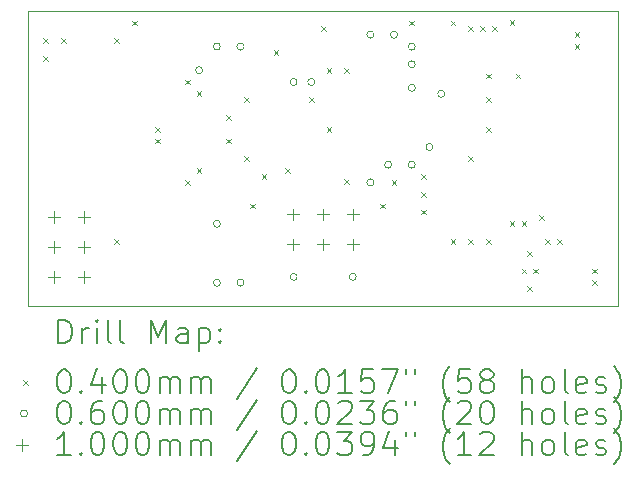
<source format=gbr>
%TF.GenerationSoftware,KiCad,Pcbnew,8.0.5*%
%TF.CreationDate,2024-09-14T16:18:57+01:00*%
%TF.ProjectId,RotationEncoder,526f7461-7469-46f6-9e45-6e636f646572,rev?*%
%TF.SameCoordinates,Original*%
%TF.FileFunction,Drillmap*%
%TF.FilePolarity,Positive*%
%FSLAX45Y45*%
G04 Gerber Fmt 4.5, Leading zero omitted, Abs format (unit mm)*
G04 Created by KiCad (PCBNEW 8.0.5) date 2024-09-14 16:18:57*
%MOMM*%
%LPD*%
G01*
G04 APERTURE LIST*
%ADD10C,0.050000*%
%ADD11C,0.200000*%
%ADD12C,0.100000*%
G04 APERTURE END LIST*
D10*
X12000000Y-8000000D02*
X17000000Y-8000000D01*
X17000000Y-10500000D01*
X12000000Y-10500000D01*
X12000000Y-8000000D01*
D11*
D12*
X12130000Y-8230000D02*
X12170000Y-8270000D01*
X12170000Y-8230000D02*
X12130000Y-8270000D01*
X12130000Y-8380000D02*
X12170000Y-8420000D01*
X12170000Y-8380000D02*
X12130000Y-8420000D01*
X12280000Y-8230000D02*
X12320000Y-8270000D01*
X12320000Y-8230000D02*
X12280000Y-8270000D01*
X12730000Y-8230000D02*
X12770000Y-8270000D01*
X12770000Y-8230000D02*
X12730000Y-8270000D01*
X12730000Y-9930000D02*
X12770000Y-9970000D01*
X12770000Y-9930000D02*
X12730000Y-9970000D01*
X12880000Y-8080000D02*
X12920000Y-8120000D01*
X12920000Y-8080000D02*
X12880000Y-8120000D01*
X13080000Y-8980000D02*
X13120000Y-9020000D01*
X13120000Y-8980000D02*
X13080000Y-9020000D01*
X13080000Y-9080000D02*
X13120000Y-9120000D01*
X13120000Y-9080000D02*
X13080000Y-9120000D01*
X13330000Y-8580000D02*
X13370000Y-8620000D01*
X13370000Y-8580000D02*
X13330000Y-8620000D01*
X13330000Y-9430000D02*
X13370000Y-9470000D01*
X13370000Y-9430000D02*
X13330000Y-9470000D01*
X13430000Y-8680000D02*
X13470000Y-8720000D01*
X13470000Y-8680000D02*
X13430000Y-8720000D01*
X13430000Y-9330000D02*
X13470000Y-9370000D01*
X13470000Y-9330000D02*
X13430000Y-9370000D01*
X13680000Y-8880000D02*
X13720000Y-8920000D01*
X13720000Y-8880000D02*
X13680000Y-8920000D01*
X13680000Y-9080000D02*
X13720000Y-9120000D01*
X13720000Y-9080000D02*
X13680000Y-9120000D01*
X13830000Y-8730000D02*
X13870000Y-8770000D01*
X13870000Y-8730000D02*
X13830000Y-8770000D01*
X13830000Y-9230000D02*
X13870000Y-9270000D01*
X13870000Y-9230000D02*
X13830000Y-9270000D01*
X13880000Y-9630000D02*
X13920000Y-9670000D01*
X13920000Y-9630000D02*
X13880000Y-9670000D01*
X13980000Y-9380000D02*
X14020000Y-9420000D01*
X14020000Y-9380000D02*
X13980000Y-9420000D01*
X14080000Y-8330000D02*
X14120000Y-8370000D01*
X14120000Y-8330000D02*
X14080000Y-8370000D01*
X14180000Y-9330000D02*
X14220000Y-9370000D01*
X14220000Y-9330000D02*
X14180000Y-9370000D01*
X14380000Y-8730000D02*
X14420000Y-8770000D01*
X14420000Y-8730000D02*
X14380000Y-8770000D01*
X14480000Y-8130000D02*
X14520000Y-8170000D01*
X14520000Y-8130000D02*
X14480000Y-8170000D01*
X14530000Y-8480000D02*
X14570000Y-8520000D01*
X14570000Y-8480000D02*
X14530000Y-8520000D01*
X14530000Y-8980000D02*
X14570000Y-9020000D01*
X14570000Y-8980000D02*
X14530000Y-9020000D01*
X14680000Y-8480000D02*
X14720000Y-8520000D01*
X14720000Y-8480000D02*
X14680000Y-8520000D01*
X14680000Y-9420000D02*
X14720000Y-9460000D01*
X14720000Y-9420000D02*
X14680000Y-9460000D01*
X14980000Y-9630000D02*
X15020000Y-9670000D01*
X15020000Y-9630000D02*
X14980000Y-9670000D01*
X15080000Y-9430000D02*
X15120000Y-9470000D01*
X15120000Y-9430000D02*
X15080000Y-9470000D01*
X15230000Y-8080000D02*
X15270000Y-8120000D01*
X15270000Y-8080000D02*
X15230000Y-8120000D01*
X15330000Y-9380000D02*
X15370000Y-9420000D01*
X15370000Y-9380000D02*
X15330000Y-9420000D01*
X15330000Y-9530000D02*
X15370000Y-9570000D01*
X15370000Y-9530000D02*
X15330000Y-9570000D01*
X15330000Y-9680000D02*
X15370000Y-9720000D01*
X15370000Y-9680000D02*
X15330000Y-9720000D01*
X15580000Y-8080000D02*
X15620000Y-8120000D01*
X15620000Y-8080000D02*
X15580000Y-8120000D01*
X15580000Y-9930000D02*
X15620000Y-9970000D01*
X15620000Y-9930000D02*
X15580000Y-9970000D01*
X15730000Y-8130000D02*
X15770000Y-8170000D01*
X15770000Y-8130000D02*
X15730000Y-8170000D01*
X15730000Y-9230000D02*
X15770000Y-9270000D01*
X15770000Y-9230000D02*
X15730000Y-9270000D01*
X15730000Y-9930000D02*
X15770000Y-9970000D01*
X15770000Y-9930000D02*
X15730000Y-9970000D01*
X15830000Y-8130000D02*
X15870000Y-8170000D01*
X15870000Y-8130000D02*
X15830000Y-8170000D01*
X15880000Y-8530000D02*
X15920000Y-8570000D01*
X15920000Y-8530000D02*
X15880000Y-8570000D01*
X15880000Y-8730000D02*
X15920000Y-8770000D01*
X15920000Y-8730000D02*
X15880000Y-8770000D01*
X15880000Y-8980000D02*
X15920000Y-9020000D01*
X15920000Y-8980000D02*
X15880000Y-9020000D01*
X15880000Y-9930000D02*
X15920000Y-9970000D01*
X15920000Y-9930000D02*
X15880000Y-9970000D01*
X15930000Y-8130000D02*
X15970000Y-8170000D01*
X15970000Y-8130000D02*
X15930000Y-8170000D01*
X16080000Y-8077500D02*
X16120000Y-8117500D01*
X16120000Y-8077500D02*
X16080000Y-8117500D01*
X16080000Y-9780000D02*
X16120000Y-9820000D01*
X16120000Y-9780000D02*
X16080000Y-9820000D01*
X16130000Y-8530000D02*
X16170000Y-8570000D01*
X16170000Y-8530000D02*
X16130000Y-8570000D01*
X16180000Y-9780000D02*
X16220000Y-9820000D01*
X16220000Y-9780000D02*
X16180000Y-9820000D01*
X16180000Y-10180000D02*
X16220000Y-10220000D01*
X16220000Y-10180000D02*
X16180000Y-10220000D01*
X16230000Y-10030000D02*
X16270000Y-10070000D01*
X16270000Y-10030000D02*
X16230000Y-10070000D01*
X16230000Y-10330000D02*
X16270000Y-10370000D01*
X16270000Y-10330000D02*
X16230000Y-10370000D01*
X16280000Y-10180000D02*
X16320000Y-10220000D01*
X16320000Y-10180000D02*
X16280000Y-10220000D01*
X16330000Y-9730000D02*
X16370000Y-9770000D01*
X16370000Y-9730000D02*
X16330000Y-9770000D01*
X16380000Y-9930000D02*
X16420000Y-9970000D01*
X16420000Y-9930000D02*
X16380000Y-9970000D01*
X16480000Y-9930000D02*
X16520000Y-9970000D01*
X16520000Y-9930000D02*
X16480000Y-9970000D01*
X16630000Y-8180000D02*
X16670000Y-8220000D01*
X16670000Y-8180000D02*
X16630000Y-8220000D01*
X16630000Y-8280000D02*
X16670000Y-8320000D01*
X16670000Y-8280000D02*
X16630000Y-8320000D01*
X16780000Y-10180000D02*
X16820000Y-10220000D01*
X16820000Y-10180000D02*
X16780000Y-10220000D01*
X16780000Y-10280000D02*
X16820000Y-10320000D01*
X16820000Y-10280000D02*
X16780000Y-10320000D01*
X13480000Y-8500000D02*
G75*
G02*
X13420000Y-8500000I-30000J0D01*
G01*
X13420000Y-8500000D02*
G75*
G02*
X13480000Y-8500000I30000J0D01*
G01*
X13630000Y-8300000D02*
G75*
G02*
X13570000Y-8300000I-30000J0D01*
G01*
X13570000Y-8300000D02*
G75*
G02*
X13630000Y-8300000I30000J0D01*
G01*
X13630000Y-9800000D02*
G75*
G02*
X13570000Y-9800000I-30000J0D01*
G01*
X13570000Y-9800000D02*
G75*
G02*
X13630000Y-9800000I30000J0D01*
G01*
X13630000Y-10300000D02*
G75*
G02*
X13570000Y-10300000I-30000J0D01*
G01*
X13570000Y-10300000D02*
G75*
G02*
X13630000Y-10300000I30000J0D01*
G01*
X13830000Y-8300000D02*
G75*
G02*
X13770000Y-8300000I-30000J0D01*
G01*
X13770000Y-8300000D02*
G75*
G02*
X13830000Y-8300000I30000J0D01*
G01*
X13830000Y-10300000D02*
G75*
G02*
X13770000Y-10300000I-30000J0D01*
G01*
X13770000Y-10300000D02*
G75*
G02*
X13830000Y-10300000I30000J0D01*
G01*
X14280000Y-8600000D02*
G75*
G02*
X14220000Y-8600000I-30000J0D01*
G01*
X14220000Y-8600000D02*
G75*
G02*
X14280000Y-8600000I30000J0D01*
G01*
X14280000Y-10250000D02*
G75*
G02*
X14220000Y-10250000I-30000J0D01*
G01*
X14220000Y-10250000D02*
G75*
G02*
X14280000Y-10250000I30000J0D01*
G01*
X14430000Y-8600000D02*
G75*
G02*
X14370000Y-8600000I-30000J0D01*
G01*
X14370000Y-8600000D02*
G75*
G02*
X14430000Y-8600000I30000J0D01*
G01*
X14780000Y-10250000D02*
G75*
G02*
X14720000Y-10250000I-30000J0D01*
G01*
X14720000Y-10250000D02*
G75*
G02*
X14780000Y-10250000I30000J0D01*
G01*
X14930000Y-8200000D02*
G75*
G02*
X14870000Y-8200000I-30000J0D01*
G01*
X14870000Y-8200000D02*
G75*
G02*
X14930000Y-8200000I30000J0D01*
G01*
X14930000Y-9450000D02*
G75*
G02*
X14870000Y-9450000I-30000J0D01*
G01*
X14870000Y-9450000D02*
G75*
G02*
X14930000Y-9450000I30000J0D01*
G01*
X15080000Y-9300000D02*
G75*
G02*
X15020000Y-9300000I-30000J0D01*
G01*
X15020000Y-9300000D02*
G75*
G02*
X15080000Y-9300000I30000J0D01*
G01*
X15130000Y-8200000D02*
G75*
G02*
X15070000Y-8200000I-30000J0D01*
G01*
X15070000Y-8200000D02*
G75*
G02*
X15130000Y-8200000I30000J0D01*
G01*
X15280000Y-8300000D02*
G75*
G02*
X15220000Y-8300000I-30000J0D01*
G01*
X15220000Y-8300000D02*
G75*
G02*
X15280000Y-8300000I30000J0D01*
G01*
X15280000Y-8450000D02*
G75*
G02*
X15220000Y-8450000I-30000J0D01*
G01*
X15220000Y-8450000D02*
G75*
G02*
X15280000Y-8450000I30000J0D01*
G01*
X15280000Y-8650000D02*
G75*
G02*
X15220000Y-8650000I-30000J0D01*
G01*
X15220000Y-8650000D02*
G75*
G02*
X15280000Y-8650000I30000J0D01*
G01*
X15280000Y-9300000D02*
G75*
G02*
X15220000Y-9300000I-30000J0D01*
G01*
X15220000Y-9300000D02*
G75*
G02*
X15280000Y-9300000I30000J0D01*
G01*
X15430000Y-9150000D02*
G75*
G02*
X15370000Y-9150000I-30000J0D01*
G01*
X15370000Y-9150000D02*
G75*
G02*
X15430000Y-9150000I30000J0D01*
G01*
X15530000Y-8700000D02*
G75*
G02*
X15470000Y-8700000I-30000J0D01*
G01*
X15470000Y-8700000D02*
G75*
G02*
X15530000Y-8700000I30000J0D01*
G01*
X12223500Y-9694500D02*
X12223500Y-9794500D01*
X12173500Y-9744500D02*
X12273500Y-9744500D01*
X12223500Y-9948500D02*
X12223500Y-10048500D01*
X12173500Y-9998500D02*
X12273500Y-9998500D01*
X12223500Y-10202500D02*
X12223500Y-10302500D01*
X12173500Y-10252500D02*
X12273500Y-10252500D01*
X12477500Y-9694500D02*
X12477500Y-9794500D01*
X12427500Y-9744500D02*
X12527500Y-9744500D01*
X12477500Y-9948500D02*
X12477500Y-10048500D01*
X12427500Y-9998500D02*
X12527500Y-9998500D01*
X12477500Y-10202500D02*
X12477500Y-10302500D01*
X12427500Y-10252500D02*
X12527500Y-10252500D01*
X14245500Y-9671250D02*
X14245500Y-9771250D01*
X14195500Y-9721250D02*
X14295500Y-9721250D01*
X14245500Y-9925250D02*
X14245500Y-10025250D01*
X14195500Y-9975250D02*
X14295500Y-9975250D01*
X14499500Y-9671250D02*
X14499500Y-9771250D01*
X14449500Y-9721250D02*
X14549500Y-9721250D01*
X14499500Y-9925250D02*
X14499500Y-10025250D01*
X14449500Y-9975250D02*
X14549500Y-9975250D01*
X14753500Y-9671250D02*
X14753500Y-9771250D01*
X14703500Y-9721250D02*
X14803500Y-9721250D01*
X14753500Y-9925250D02*
X14753500Y-10025250D01*
X14703500Y-9975250D02*
X14803500Y-9975250D01*
D11*
X12258277Y-10813984D02*
X12258277Y-10613984D01*
X12258277Y-10613984D02*
X12305896Y-10613984D01*
X12305896Y-10613984D02*
X12334467Y-10623508D01*
X12334467Y-10623508D02*
X12353515Y-10642555D01*
X12353515Y-10642555D02*
X12363039Y-10661603D01*
X12363039Y-10661603D02*
X12372562Y-10699698D01*
X12372562Y-10699698D02*
X12372562Y-10728270D01*
X12372562Y-10728270D02*
X12363039Y-10766365D01*
X12363039Y-10766365D02*
X12353515Y-10785412D01*
X12353515Y-10785412D02*
X12334467Y-10804460D01*
X12334467Y-10804460D02*
X12305896Y-10813984D01*
X12305896Y-10813984D02*
X12258277Y-10813984D01*
X12458277Y-10813984D02*
X12458277Y-10680650D01*
X12458277Y-10718746D02*
X12467801Y-10699698D01*
X12467801Y-10699698D02*
X12477324Y-10690174D01*
X12477324Y-10690174D02*
X12496372Y-10680650D01*
X12496372Y-10680650D02*
X12515420Y-10680650D01*
X12582086Y-10813984D02*
X12582086Y-10680650D01*
X12582086Y-10613984D02*
X12572562Y-10623508D01*
X12572562Y-10623508D02*
X12582086Y-10633031D01*
X12582086Y-10633031D02*
X12591610Y-10623508D01*
X12591610Y-10623508D02*
X12582086Y-10613984D01*
X12582086Y-10613984D02*
X12582086Y-10633031D01*
X12705896Y-10813984D02*
X12686848Y-10804460D01*
X12686848Y-10804460D02*
X12677324Y-10785412D01*
X12677324Y-10785412D02*
X12677324Y-10613984D01*
X12810658Y-10813984D02*
X12791610Y-10804460D01*
X12791610Y-10804460D02*
X12782086Y-10785412D01*
X12782086Y-10785412D02*
X12782086Y-10613984D01*
X13039229Y-10813984D02*
X13039229Y-10613984D01*
X13039229Y-10613984D02*
X13105896Y-10756841D01*
X13105896Y-10756841D02*
X13172562Y-10613984D01*
X13172562Y-10613984D02*
X13172562Y-10813984D01*
X13353515Y-10813984D02*
X13353515Y-10709222D01*
X13353515Y-10709222D02*
X13343991Y-10690174D01*
X13343991Y-10690174D02*
X13324943Y-10680650D01*
X13324943Y-10680650D02*
X13286848Y-10680650D01*
X13286848Y-10680650D02*
X13267801Y-10690174D01*
X13353515Y-10804460D02*
X13334467Y-10813984D01*
X13334467Y-10813984D02*
X13286848Y-10813984D01*
X13286848Y-10813984D02*
X13267801Y-10804460D01*
X13267801Y-10804460D02*
X13258277Y-10785412D01*
X13258277Y-10785412D02*
X13258277Y-10766365D01*
X13258277Y-10766365D02*
X13267801Y-10747317D01*
X13267801Y-10747317D02*
X13286848Y-10737793D01*
X13286848Y-10737793D02*
X13334467Y-10737793D01*
X13334467Y-10737793D02*
X13353515Y-10728270D01*
X13448753Y-10680650D02*
X13448753Y-10880650D01*
X13448753Y-10690174D02*
X13467801Y-10680650D01*
X13467801Y-10680650D02*
X13505896Y-10680650D01*
X13505896Y-10680650D02*
X13524943Y-10690174D01*
X13524943Y-10690174D02*
X13534467Y-10699698D01*
X13534467Y-10699698D02*
X13543991Y-10718746D01*
X13543991Y-10718746D02*
X13543991Y-10775889D01*
X13543991Y-10775889D02*
X13534467Y-10794936D01*
X13534467Y-10794936D02*
X13524943Y-10804460D01*
X13524943Y-10804460D02*
X13505896Y-10813984D01*
X13505896Y-10813984D02*
X13467801Y-10813984D01*
X13467801Y-10813984D02*
X13448753Y-10804460D01*
X13629705Y-10794936D02*
X13639229Y-10804460D01*
X13639229Y-10804460D02*
X13629705Y-10813984D01*
X13629705Y-10813984D02*
X13620182Y-10804460D01*
X13620182Y-10804460D02*
X13629705Y-10794936D01*
X13629705Y-10794936D02*
X13629705Y-10813984D01*
X13629705Y-10690174D02*
X13639229Y-10699698D01*
X13639229Y-10699698D02*
X13629705Y-10709222D01*
X13629705Y-10709222D02*
X13620182Y-10699698D01*
X13620182Y-10699698D02*
X13629705Y-10690174D01*
X13629705Y-10690174D02*
X13629705Y-10709222D01*
D12*
X11957500Y-11122500D02*
X11997500Y-11162500D01*
X11997500Y-11122500D02*
X11957500Y-11162500D01*
D11*
X12296372Y-11033984D02*
X12315420Y-11033984D01*
X12315420Y-11033984D02*
X12334467Y-11043508D01*
X12334467Y-11043508D02*
X12343991Y-11053031D01*
X12343991Y-11053031D02*
X12353515Y-11072079D01*
X12353515Y-11072079D02*
X12363039Y-11110174D01*
X12363039Y-11110174D02*
X12363039Y-11157793D01*
X12363039Y-11157793D02*
X12353515Y-11195888D01*
X12353515Y-11195888D02*
X12343991Y-11214936D01*
X12343991Y-11214936D02*
X12334467Y-11224460D01*
X12334467Y-11224460D02*
X12315420Y-11233984D01*
X12315420Y-11233984D02*
X12296372Y-11233984D01*
X12296372Y-11233984D02*
X12277324Y-11224460D01*
X12277324Y-11224460D02*
X12267801Y-11214936D01*
X12267801Y-11214936D02*
X12258277Y-11195888D01*
X12258277Y-11195888D02*
X12248753Y-11157793D01*
X12248753Y-11157793D02*
X12248753Y-11110174D01*
X12248753Y-11110174D02*
X12258277Y-11072079D01*
X12258277Y-11072079D02*
X12267801Y-11053031D01*
X12267801Y-11053031D02*
X12277324Y-11043508D01*
X12277324Y-11043508D02*
X12296372Y-11033984D01*
X12448753Y-11214936D02*
X12458277Y-11224460D01*
X12458277Y-11224460D02*
X12448753Y-11233984D01*
X12448753Y-11233984D02*
X12439229Y-11224460D01*
X12439229Y-11224460D02*
X12448753Y-11214936D01*
X12448753Y-11214936D02*
X12448753Y-11233984D01*
X12629705Y-11100650D02*
X12629705Y-11233984D01*
X12582086Y-11024460D02*
X12534467Y-11167317D01*
X12534467Y-11167317D02*
X12658277Y-11167317D01*
X12772562Y-11033984D02*
X12791610Y-11033984D01*
X12791610Y-11033984D02*
X12810658Y-11043508D01*
X12810658Y-11043508D02*
X12820182Y-11053031D01*
X12820182Y-11053031D02*
X12829705Y-11072079D01*
X12829705Y-11072079D02*
X12839229Y-11110174D01*
X12839229Y-11110174D02*
X12839229Y-11157793D01*
X12839229Y-11157793D02*
X12829705Y-11195888D01*
X12829705Y-11195888D02*
X12820182Y-11214936D01*
X12820182Y-11214936D02*
X12810658Y-11224460D01*
X12810658Y-11224460D02*
X12791610Y-11233984D01*
X12791610Y-11233984D02*
X12772562Y-11233984D01*
X12772562Y-11233984D02*
X12753515Y-11224460D01*
X12753515Y-11224460D02*
X12743991Y-11214936D01*
X12743991Y-11214936D02*
X12734467Y-11195888D01*
X12734467Y-11195888D02*
X12724943Y-11157793D01*
X12724943Y-11157793D02*
X12724943Y-11110174D01*
X12724943Y-11110174D02*
X12734467Y-11072079D01*
X12734467Y-11072079D02*
X12743991Y-11053031D01*
X12743991Y-11053031D02*
X12753515Y-11043508D01*
X12753515Y-11043508D02*
X12772562Y-11033984D01*
X12963039Y-11033984D02*
X12982086Y-11033984D01*
X12982086Y-11033984D02*
X13001134Y-11043508D01*
X13001134Y-11043508D02*
X13010658Y-11053031D01*
X13010658Y-11053031D02*
X13020182Y-11072079D01*
X13020182Y-11072079D02*
X13029705Y-11110174D01*
X13029705Y-11110174D02*
X13029705Y-11157793D01*
X13029705Y-11157793D02*
X13020182Y-11195888D01*
X13020182Y-11195888D02*
X13010658Y-11214936D01*
X13010658Y-11214936D02*
X13001134Y-11224460D01*
X13001134Y-11224460D02*
X12982086Y-11233984D01*
X12982086Y-11233984D02*
X12963039Y-11233984D01*
X12963039Y-11233984D02*
X12943991Y-11224460D01*
X12943991Y-11224460D02*
X12934467Y-11214936D01*
X12934467Y-11214936D02*
X12924943Y-11195888D01*
X12924943Y-11195888D02*
X12915420Y-11157793D01*
X12915420Y-11157793D02*
X12915420Y-11110174D01*
X12915420Y-11110174D02*
X12924943Y-11072079D01*
X12924943Y-11072079D02*
X12934467Y-11053031D01*
X12934467Y-11053031D02*
X12943991Y-11043508D01*
X12943991Y-11043508D02*
X12963039Y-11033984D01*
X13115420Y-11233984D02*
X13115420Y-11100650D01*
X13115420Y-11119698D02*
X13124943Y-11110174D01*
X13124943Y-11110174D02*
X13143991Y-11100650D01*
X13143991Y-11100650D02*
X13172563Y-11100650D01*
X13172563Y-11100650D02*
X13191610Y-11110174D01*
X13191610Y-11110174D02*
X13201134Y-11129222D01*
X13201134Y-11129222D02*
X13201134Y-11233984D01*
X13201134Y-11129222D02*
X13210658Y-11110174D01*
X13210658Y-11110174D02*
X13229705Y-11100650D01*
X13229705Y-11100650D02*
X13258277Y-11100650D01*
X13258277Y-11100650D02*
X13277324Y-11110174D01*
X13277324Y-11110174D02*
X13286848Y-11129222D01*
X13286848Y-11129222D02*
X13286848Y-11233984D01*
X13382086Y-11233984D02*
X13382086Y-11100650D01*
X13382086Y-11119698D02*
X13391610Y-11110174D01*
X13391610Y-11110174D02*
X13410658Y-11100650D01*
X13410658Y-11100650D02*
X13439229Y-11100650D01*
X13439229Y-11100650D02*
X13458277Y-11110174D01*
X13458277Y-11110174D02*
X13467801Y-11129222D01*
X13467801Y-11129222D02*
X13467801Y-11233984D01*
X13467801Y-11129222D02*
X13477324Y-11110174D01*
X13477324Y-11110174D02*
X13496372Y-11100650D01*
X13496372Y-11100650D02*
X13524943Y-11100650D01*
X13524943Y-11100650D02*
X13543991Y-11110174D01*
X13543991Y-11110174D02*
X13553515Y-11129222D01*
X13553515Y-11129222D02*
X13553515Y-11233984D01*
X13943991Y-11024460D02*
X13772563Y-11281603D01*
X14201134Y-11033984D02*
X14220182Y-11033984D01*
X14220182Y-11033984D02*
X14239229Y-11043508D01*
X14239229Y-11043508D02*
X14248753Y-11053031D01*
X14248753Y-11053031D02*
X14258277Y-11072079D01*
X14258277Y-11072079D02*
X14267801Y-11110174D01*
X14267801Y-11110174D02*
X14267801Y-11157793D01*
X14267801Y-11157793D02*
X14258277Y-11195888D01*
X14258277Y-11195888D02*
X14248753Y-11214936D01*
X14248753Y-11214936D02*
X14239229Y-11224460D01*
X14239229Y-11224460D02*
X14220182Y-11233984D01*
X14220182Y-11233984D02*
X14201134Y-11233984D01*
X14201134Y-11233984D02*
X14182086Y-11224460D01*
X14182086Y-11224460D02*
X14172563Y-11214936D01*
X14172563Y-11214936D02*
X14163039Y-11195888D01*
X14163039Y-11195888D02*
X14153515Y-11157793D01*
X14153515Y-11157793D02*
X14153515Y-11110174D01*
X14153515Y-11110174D02*
X14163039Y-11072079D01*
X14163039Y-11072079D02*
X14172563Y-11053031D01*
X14172563Y-11053031D02*
X14182086Y-11043508D01*
X14182086Y-11043508D02*
X14201134Y-11033984D01*
X14353515Y-11214936D02*
X14363039Y-11224460D01*
X14363039Y-11224460D02*
X14353515Y-11233984D01*
X14353515Y-11233984D02*
X14343991Y-11224460D01*
X14343991Y-11224460D02*
X14353515Y-11214936D01*
X14353515Y-11214936D02*
X14353515Y-11233984D01*
X14486848Y-11033984D02*
X14505896Y-11033984D01*
X14505896Y-11033984D02*
X14524944Y-11043508D01*
X14524944Y-11043508D02*
X14534467Y-11053031D01*
X14534467Y-11053031D02*
X14543991Y-11072079D01*
X14543991Y-11072079D02*
X14553515Y-11110174D01*
X14553515Y-11110174D02*
X14553515Y-11157793D01*
X14553515Y-11157793D02*
X14543991Y-11195888D01*
X14543991Y-11195888D02*
X14534467Y-11214936D01*
X14534467Y-11214936D02*
X14524944Y-11224460D01*
X14524944Y-11224460D02*
X14505896Y-11233984D01*
X14505896Y-11233984D02*
X14486848Y-11233984D01*
X14486848Y-11233984D02*
X14467801Y-11224460D01*
X14467801Y-11224460D02*
X14458277Y-11214936D01*
X14458277Y-11214936D02*
X14448753Y-11195888D01*
X14448753Y-11195888D02*
X14439229Y-11157793D01*
X14439229Y-11157793D02*
X14439229Y-11110174D01*
X14439229Y-11110174D02*
X14448753Y-11072079D01*
X14448753Y-11072079D02*
X14458277Y-11053031D01*
X14458277Y-11053031D02*
X14467801Y-11043508D01*
X14467801Y-11043508D02*
X14486848Y-11033984D01*
X14743991Y-11233984D02*
X14629706Y-11233984D01*
X14686848Y-11233984D02*
X14686848Y-11033984D01*
X14686848Y-11033984D02*
X14667801Y-11062555D01*
X14667801Y-11062555D02*
X14648753Y-11081603D01*
X14648753Y-11081603D02*
X14629706Y-11091127D01*
X14924944Y-11033984D02*
X14829706Y-11033984D01*
X14829706Y-11033984D02*
X14820182Y-11129222D01*
X14820182Y-11129222D02*
X14829706Y-11119698D01*
X14829706Y-11119698D02*
X14848753Y-11110174D01*
X14848753Y-11110174D02*
X14896372Y-11110174D01*
X14896372Y-11110174D02*
X14915420Y-11119698D01*
X14915420Y-11119698D02*
X14924944Y-11129222D01*
X14924944Y-11129222D02*
X14934467Y-11148270D01*
X14934467Y-11148270D02*
X14934467Y-11195888D01*
X14934467Y-11195888D02*
X14924944Y-11214936D01*
X14924944Y-11214936D02*
X14915420Y-11224460D01*
X14915420Y-11224460D02*
X14896372Y-11233984D01*
X14896372Y-11233984D02*
X14848753Y-11233984D01*
X14848753Y-11233984D02*
X14829706Y-11224460D01*
X14829706Y-11224460D02*
X14820182Y-11214936D01*
X15001134Y-11033984D02*
X15134467Y-11033984D01*
X15134467Y-11033984D02*
X15048753Y-11233984D01*
X15201134Y-11033984D02*
X15201134Y-11072079D01*
X15277325Y-11033984D02*
X15277325Y-11072079D01*
X15572563Y-11310174D02*
X15563039Y-11300650D01*
X15563039Y-11300650D02*
X15543991Y-11272079D01*
X15543991Y-11272079D02*
X15534468Y-11253031D01*
X15534468Y-11253031D02*
X15524944Y-11224460D01*
X15524944Y-11224460D02*
X15515420Y-11176841D01*
X15515420Y-11176841D02*
X15515420Y-11138746D01*
X15515420Y-11138746D02*
X15524944Y-11091127D01*
X15524944Y-11091127D02*
X15534468Y-11062555D01*
X15534468Y-11062555D02*
X15543991Y-11043508D01*
X15543991Y-11043508D02*
X15563039Y-11014936D01*
X15563039Y-11014936D02*
X15572563Y-11005412D01*
X15743991Y-11033984D02*
X15648753Y-11033984D01*
X15648753Y-11033984D02*
X15639229Y-11129222D01*
X15639229Y-11129222D02*
X15648753Y-11119698D01*
X15648753Y-11119698D02*
X15667801Y-11110174D01*
X15667801Y-11110174D02*
X15715420Y-11110174D01*
X15715420Y-11110174D02*
X15734468Y-11119698D01*
X15734468Y-11119698D02*
X15743991Y-11129222D01*
X15743991Y-11129222D02*
X15753515Y-11148270D01*
X15753515Y-11148270D02*
X15753515Y-11195888D01*
X15753515Y-11195888D02*
X15743991Y-11214936D01*
X15743991Y-11214936D02*
X15734468Y-11224460D01*
X15734468Y-11224460D02*
X15715420Y-11233984D01*
X15715420Y-11233984D02*
X15667801Y-11233984D01*
X15667801Y-11233984D02*
X15648753Y-11224460D01*
X15648753Y-11224460D02*
X15639229Y-11214936D01*
X15867801Y-11119698D02*
X15848753Y-11110174D01*
X15848753Y-11110174D02*
X15839229Y-11100650D01*
X15839229Y-11100650D02*
X15829706Y-11081603D01*
X15829706Y-11081603D02*
X15829706Y-11072079D01*
X15829706Y-11072079D02*
X15839229Y-11053031D01*
X15839229Y-11053031D02*
X15848753Y-11043508D01*
X15848753Y-11043508D02*
X15867801Y-11033984D01*
X15867801Y-11033984D02*
X15905896Y-11033984D01*
X15905896Y-11033984D02*
X15924944Y-11043508D01*
X15924944Y-11043508D02*
X15934468Y-11053031D01*
X15934468Y-11053031D02*
X15943991Y-11072079D01*
X15943991Y-11072079D02*
X15943991Y-11081603D01*
X15943991Y-11081603D02*
X15934468Y-11100650D01*
X15934468Y-11100650D02*
X15924944Y-11110174D01*
X15924944Y-11110174D02*
X15905896Y-11119698D01*
X15905896Y-11119698D02*
X15867801Y-11119698D01*
X15867801Y-11119698D02*
X15848753Y-11129222D01*
X15848753Y-11129222D02*
X15839229Y-11138746D01*
X15839229Y-11138746D02*
X15829706Y-11157793D01*
X15829706Y-11157793D02*
X15829706Y-11195888D01*
X15829706Y-11195888D02*
X15839229Y-11214936D01*
X15839229Y-11214936D02*
X15848753Y-11224460D01*
X15848753Y-11224460D02*
X15867801Y-11233984D01*
X15867801Y-11233984D02*
X15905896Y-11233984D01*
X15905896Y-11233984D02*
X15924944Y-11224460D01*
X15924944Y-11224460D02*
X15934468Y-11214936D01*
X15934468Y-11214936D02*
X15943991Y-11195888D01*
X15943991Y-11195888D02*
X15943991Y-11157793D01*
X15943991Y-11157793D02*
X15934468Y-11138746D01*
X15934468Y-11138746D02*
X15924944Y-11129222D01*
X15924944Y-11129222D02*
X15905896Y-11119698D01*
X16182087Y-11233984D02*
X16182087Y-11033984D01*
X16267801Y-11233984D02*
X16267801Y-11129222D01*
X16267801Y-11129222D02*
X16258277Y-11110174D01*
X16258277Y-11110174D02*
X16239230Y-11100650D01*
X16239230Y-11100650D02*
X16210658Y-11100650D01*
X16210658Y-11100650D02*
X16191610Y-11110174D01*
X16191610Y-11110174D02*
X16182087Y-11119698D01*
X16391610Y-11233984D02*
X16372563Y-11224460D01*
X16372563Y-11224460D02*
X16363039Y-11214936D01*
X16363039Y-11214936D02*
X16353515Y-11195888D01*
X16353515Y-11195888D02*
X16353515Y-11138746D01*
X16353515Y-11138746D02*
X16363039Y-11119698D01*
X16363039Y-11119698D02*
X16372563Y-11110174D01*
X16372563Y-11110174D02*
X16391610Y-11100650D01*
X16391610Y-11100650D02*
X16420182Y-11100650D01*
X16420182Y-11100650D02*
X16439230Y-11110174D01*
X16439230Y-11110174D02*
X16448753Y-11119698D01*
X16448753Y-11119698D02*
X16458277Y-11138746D01*
X16458277Y-11138746D02*
X16458277Y-11195888D01*
X16458277Y-11195888D02*
X16448753Y-11214936D01*
X16448753Y-11214936D02*
X16439230Y-11224460D01*
X16439230Y-11224460D02*
X16420182Y-11233984D01*
X16420182Y-11233984D02*
X16391610Y-11233984D01*
X16572563Y-11233984D02*
X16553515Y-11224460D01*
X16553515Y-11224460D02*
X16543991Y-11205412D01*
X16543991Y-11205412D02*
X16543991Y-11033984D01*
X16724944Y-11224460D02*
X16705896Y-11233984D01*
X16705896Y-11233984D02*
X16667801Y-11233984D01*
X16667801Y-11233984D02*
X16648753Y-11224460D01*
X16648753Y-11224460D02*
X16639230Y-11205412D01*
X16639230Y-11205412D02*
X16639230Y-11129222D01*
X16639230Y-11129222D02*
X16648753Y-11110174D01*
X16648753Y-11110174D02*
X16667801Y-11100650D01*
X16667801Y-11100650D02*
X16705896Y-11100650D01*
X16705896Y-11100650D02*
X16724944Y-11110174D01*
X16724944Y-11110174D02*
X16734468Y-11129222D01*
X16734468Y-11129222D02*
X16734468Y-11148270D01*
X16734468Y-11148270D02*
X16639230Y-11167317D01*
X16810658Y-11224460D02*
X16829706Y-11233984D01*
X16829706Y-11233984D02*
X16867801Y-11233984D01*
X16867801Y-11233984D02*
X16886849Y-11224460D01*
X16886849Y-11224460D02*
X16896373Y-11205412D01*
X16896373Y-11205412D02*
X16896373Y-11195888D01*
X16896373Y-11195888D02*
X16886849Y-11176841D01*
X16886849Y-11176841D02*
X16867801Y-11167317D01*
X16867801Y-11167317D02*
X16839230Y-11167317D01*
X16839230Y-11167317D02*
X16820182Y-11157793D01*
X16820182Y-11157793D02*
X16810658Y-11138746D01*
X16810658Y-11138746D02*
X16810658Y-11129222D01*
X16810658Y-11129222D02*
X16820182Y-11110174D01*
X16820182Y-11110174D02*
X16839230Y-11100650D01*
X16839230Y-11100650D02*
X16867801Y-11100650D01*
X16867801Y-11100650D02*
X16886849Y-11110174D01*
X16963039Y-11310174D02*
X16972563Y-11300650D01*
X16972563Y-11300650D02*
X16991611Y-11272079D01*
X16991611Y-11272079D02*
X17001134Y-11253031D01*
X17001134Y-11253031D02*
X17010658Y-11224460D01*
X17010658Y-11224460D02*
X17020182Y-11176841D01*
X17020182Y-11176841D02*
X17020182Y-11138746D01*
X17020182Y-11138746D02*
X17010658Y-11091127D01*
X17010658Y-11091127D02*
X17001134Y-11062555D01*
X17001134Y-11062555D02*
X16991611Y-11043508D01*
X16991611Y-11043508D02*
X16972563Y-11014936D01*
X16972563Y-11014936D02*
X16963039Y-11005412D01*
D12*
X11997500Y-11406500D02*
G75*
G02*
X11937500Y-11406500I-30000J0D01*
G01*
X11937500Y-11406500D02*
G75*
G02*
X11997500Y-11406500I30000J0D01*
G01*
D11*
X12296372Y-11297984D02*
X12315420Y-11297984D01*
X12315420Y-11297984D02*
X12334467Y-11307508D01*
X12334467Y-11307508D02*
X12343991Y-11317031D01*
X12343991Y-11317031D02*
X12353515Y-11336079D01*
X12353515Y-11336079D02*
X12363039Y-11374174D01*
X12363039Y-11374174D02*
X12363039Y-11421793D01*
X12363039Y-11421793D02*
X12353515Y-11459888D01*
X12353515Y-11459888D02*
X12343991Y-11478936D01*
X12343991Y-11478936D02*
X12334467Y-11488460D01*
X12334467Y-11488460D02*
X12315420Y-11497984D01*
X12315420Y-11497984D02*
X12296372Y-11497984D01*
X12296372Y-11497984D02*
X12277324Y-11488460D01*
X12277324Y-11488460D02*
X12267801Y-11478936D01*
X12267801Y-11478936D02*
X12258277Y-11459888D01*
X12258277Y-11459888D02*
X12248753Y-11421793D01*
X12248753Y-11421793D02*
X12248753Y-11374174D01*
X12248753Y-11374174D02*
X12258277Y-11336079D01*
X12258277Y-11336079D02*
X12267801Y-11317031D01*
X12267801Y-11317031D02*
X12277324Y-11307508D01*
X12277324Y-11307508D02*
X12296372Y-11297984D01*
X12448753Y-11478936D02*
X12458277Y-11488460D01*
X12458277Y-11488460D02*
X12448753Y-11497984D01*
X12448753Y-11497984D02*
X12439229Y-11488460D01*
X12439229Y-11488460D02*
X12448753Y-11478936D01*
X12448753Y-11478936D02*
X12448753Y-11497984D01*
X12629705Y-11297984D02*
X12591610Y-11297984D01*
X12591610Y-11297984D02*
X12572562Y-11307508D01*
X12572562Y-11307508D02*
X12563039Y-11317031D01*
X12563039Y-11317031D02*
X12543991Y-11345603D01*
X12543991Y-11345603D02*
X12534467Y-11383698D01*
X12534467Y-11383698D02*
X12534467Y-11459888D01*
X12534467Y-11459888D02*
X12543991Y-11478936D01*
X12543991Y-11478936D02*
X12553515Y-11488460D01*
X12553515Y-11488460D02*
X12572562Y-11497984D01*
X12572562Y-11497984D02*
X12610658Y-11497984D01*
X12610658Y-11497984D02*
X12629705Y-11488460D01*
X12629705Y-11488460D02*
X12639229Y-11478936D01*
X12639229Y-11478936D02*
X12648753Y-11459888D01*
X12648753Y-11459888D02*
X12648753Y-11412269D01*
X12648753Y-11412269D02*
X12639229Y-11393222D01*
X12639229Y-11393222D02*
X12629705Y-11383698D01*
X12629705Y-11383698D02*
X12610658Y-11374174D01*
X12610658Y-11374174D02*
X12572562Y-11374174D01*
X12572562Y-11374174D02*
X12553515Y-11383698D01*
X12553515Y-11383698D02*
X12543991Y-11393222D01*
X12543991Y-11393222D02*
X12534467Y-11412269D01*
X12772562Y-11297984D02*
X12791610Y-11297984D01*
X12791610Y-11297984D02*
X12810658Y-11307508D01*
X12810658Y-11307508D02*
X12820182Y-11317031D01*
X12820182Y-11317031D02*
X12829705Y-11336079D01*
X12829705Y-11336079D02*
X12839229Y-11374174D01*
X12839229Y-11374174D02*
X12839229Y-11421793D01*
X12839229Y-11421793D02*
X12829705Y-11459888D01*
X12829705Y-11459888D02*
X12820182Y-11478936D01*
X12820182Y-11478936D02*
X12810658Y-11488460D01*
X12810658Y-11488460D02*
X12791610Y-11497984D01*
X12791610Y-11497984D02*
X12772562Y-11497984D01*
X12772562Y-11497984D02*
X12753515Y-11488460D01*
X12753515Y-11488460D02*
X12743991Y-11478936D01*
X12743991Y-11478936D02*
X12734467Y-11459888D01*
X12734467Y-11459888D02*
X12724943Y-11421793D01*
X12724943Y-11421793D02*
X12724943Y-11374174D01*
X12724943Y-11374174D02*
X12734467Y-11336079D01*
X12734467Y-11336079D02*
X12743991Y-11317031D01*
X12743991Y-11317031D02*
X12753515Y-11307508D01*
X12753515Y-11307508D02*
X12772562Y-11297984D01*
X12963039Y-11297984D02*
X12982086Y-11297984D01*
X12982086Y-11297984D02*
X13001134Y-11307508D01*
X13001134Y-11307508D02*
X13010658Y-11317031D01*
X13010658Y-11317031D02*
X13020182Y-11336079D01*
X13020182Y-11336079D02*
X13029705Y-11374174D01*
X13029705Y-11374174D02*
X13029705Y-11421793D01*
X13029705Y-11421793D02*
X13020182Y-11459888D01*
X13020182Y-11459888D02*
X13010658Y-11478936D01*
X13010658Y-11478936D02*
X13001134Y-11488460D01*
X13001134Y-11488460D02*
X12982086Y-11497984D01*
X12982086Y-11497984D02*
X12963039Y-11497984D01*
X12963039Y-11497984D02*
X12943991Y-11488460D01*
X12943991Y-11488460D02*
X12934467Y-11478936D01*
X12934467Y-11478936D02*
X12924943Y-11459888D01*
X12924943Y-11459888D02*
X12915420Y-11421793D01*
X12915420Y-11421793D02*
X12915420Y-11374174D01*
X12915420Y-11374174D02*
X12924943Y-11336079D01*
X12924943Y-11336079D02*
X12934467Y-11317031D01*
X12934467Y-11317031D02*
X12943991Y-11307508D01*
X12943991Y-11307508D02*
X12963039Y-11297984D01*
X13115420Y-11497984D02*
X13115420Y-11364650D01*
X13115420Y-11383698D02*
X13124943Y-11374174D01*
X13124943Y-11374174D02*
X13143991Y-11364650D01*
X13143991Y-11364650D02*
X13172563Y-11364650D01*
X13172563Y-11364650D02*
X13191610Y-11374174D01*
X13191610Y-11374174D02*
X13201134Y-11393222D01*
X13201134Y-11393222D02*
X13201134Y-11497984D01*
X13201134Y-11393222D02*
X13210658Y-11374174D01*
X13210658Y-11374174D02*
X13229705Y-11364650D01*
X13229705Y-11364650D02*
X13258277Y-11364650D01*
X13258277Y-11364650D02*
X13277324Y-11374174D01*
X13277324Y-11374174D02*
X13286848Y-11393222D01*
X13286848Y-11393222D02*
X13286848Y-11497984D01*
X13382086Y-11497984D02*
X13382086Y-11364650D01*
X13382086Y-11383698D02*
X13391610Y-11374174D01*
X13391610Y-11374174D02*
X13410658Y-11364650D01*
X13410658Y-11364650D02*
X13439229Y-11364650D01*
X13439229Y-11364650D02*
X13458277Y-11374174D01*
X13458277Y-11374174D02*
X13467801Y-11393222D01*
X13467801Y-11393222D02*
X13467801Y-11497984D01*
X13467801Y-11393222D02*
X13477324Y-11374174D01*
X13477324Y-11374174D02*
X13496372Y-11364650D01*
X13496372Y-11364650D02*
X13524943Y-11364650D01*
X13524943Y-11364650D02*
X13543991Y-11374174D01*
X13543991Y-11374174D02*
X13553515Y-11393222D01*
X13553515Y-11393222D02*
X13553515Y-11497984D01*
X13943991Y-11288460D02*
X13772563Y-11545603D01*
X14201134Y-11297984D02*
X14220182Y-11297984D01*
X14220182Y-11297984D02*
X14239229Y-11307508D01*
X14239229Y-11307508D02*
X14248753Y-11317031D01*
X14248753Y-11317031D02*
X14258277Y-11336079D01*
X14258277Y-11336079D02*
X14267801Y-11374174D01*
X14267801Y-11374174D02*
X14267801Y-11421793D01*
X14267801Y-11421793D02*
X14258277Y-11459888D01*
X14258277Y-11459888D02*
X14248753Y-11478936D01*
X14248753Y-11478936D02*
X14239229Y-11488460D01*
X14239229Y-11488460D02*
X14220182Y-11497984D01*
X14220182Y-11497984D02*
X14201134Y-11497984D01*
X14201134Y-11497984D02*
X14182086Y-11488460D01*
X14182086Y-11488460D02*
X14172563Y-11478936D01*
X14172563Y-11478936D02*
X14163039Y-11459888D01*
X14163039Y-11459888D02*
X14153515Y-11421793D01*
X14153515Y-11421793D02*
X14153515Y-11374174D01*
X14153515Y-11374174D02*
X14163039Y-11336079D01*
X14163039Y-11336079D02*
X14172563Y-11317031D01*
X14172563Y-11317031D02*
X14182086Y-11307508D01*
X14182086Y-11307508D02*
X14201134Y-11297984D01*
X14353515Y-11478936D02*
X14363039Y-11488460D01*
X14363039Y-11488460D02*
X14353515Y-11497984D01*
X14353515Y-11497984D02*
X14343991Y-11488460D01*
X14343991Y-11488460D02*
X14353515Y-11478936D01*
X14353515Y-11478936D02*
X14353515Y-11497984D01*
X14486848Y-11297984D02*
X14505896Y-11297984D01*
X14505896Y-11297984D02*
X14524944Y-11307508D01*
X14524944Y-11307508D02*
X14534467Y-11317031D01*
X14534467Y-11317031D02*
X14543991Y-11336079D01*
X14543991Y-11336079D02*
X14553515Y-11374174D01*
X14553515Y-11374174D02*
X14553515Y-11421793D01*
X14553515Y-11421793D02*
X14543991Y-11459888D01*
X14543991Y-11459888D02*
X14534467Y-11478936D01*
X14534467Y-11478936D02*
X14524944Y-11488460D01*
X14524944Y-11488460D02*
X14505896Y-11497984D01*
X14505896Y-11497984D02*
X14486848Y-11497984D01*
X14486848Y-11497984D02*
X14467801Y-11488460D01*
X14467801Y-11488460D02*
X14458277Y-11478936D01*
X14458277Y-11478936D02*
X14448753Y-11459888D01*
X14448753Y-11459888D02*
X14439229Y-11421793D01*
X14439229Y-11421793D02*
X14439229Y-11374174D01*
X14439229Y-11374174D02*
X14448753Y-11336079D01*
X14448753Y-11336079D02*
X14458277Y-11317031D01*
X14458277Y-11317031D02*
X14467801Y-11307508D01*
X14467801Y-11307508D02*
X14486848Y-11297984D01*
X14629706Y-11317031D02*
X14639229Y-11307508D01*
X14639229Y-11307508D02*
X14658277Y-11297984D01*
X14658277Y-11297984D02*
X14705896Y-11297984D01*
X14705896Y-11297984D02*
X14724944Y-11307508D01*
X14724944Y-11307508D02*
X14734467Y-11317031D01*
X14734467Y-11317031D02*
X14743991Y-11336079D01*
X14743991Y-11336079D02*
X14743991Y-11355127D01*
X14743991Y-11355127D02*
X14734467Y-11383698D01*
X14734467Y-11383698D02*
X14620182Y-11497984D01*
X14620182Y-11497984D02*
X14743991Y-11497984D01*
X14810658Y-11297984D02*
X14934467Y-11297984D01*
X14934467Y-11297984D02*
X14867801Y-11374174D01*
X14867801Y-11374174D02*
X14896372Y-11374174D01*
X14896372Y-11374174D02*
X14915420Y-11383698D01*
X14915420Y-11383698D02*
X14924944Y-11393222D01*
X14924944Y-11393222D02*
X14934467Y-11412269D01*
X14934467Y-11412269D02*
X14934467Y-11459888D01*
X14934467Y-11459888D02*
X14924944Y-11478936D01*
X14924944Y-11478936D02*
X14915420Y-11488460D01*
X14915420Y-11488460D02*
X14896372Y-11497984D01*
X14896372Y-11497984D02*
X14839229Y-11497984D01*
X14839229Y-11497984D02*
X14820182Y-11488460D01*
X14820182Y-11488460D02*
X14810658Y-11478936D01*
X15105896Y-11297984D02*
X15067801Y-11297984D01*
X15067801Y-11297984D02*
X15048753Y-11307508D01*
X15048753Y-11307508D02*
X15039229Y-11317031D01*
X15039229Y-11317031D02*
X15020182Y-11345603D01*
X15020182Y-11345603D02*
X15010658Y-11383698D01*
X15010658Y-11383698D02*
X15010658Y-11459888D01*
X15010658Y-11459888D02*
X15020182Y-11478936D01*
X15020182Y-11478936D02*
X15029706Y-11488460D01*
X15029706Y-11488460D02*
X15048753Y-11497984D01*
X15048753Y-11497984D02*
X15086848Y-11497984D01*
X15086848Y-11497984D02*
X15105896Y-11488460D01*
X15105896Y-11488460D02*
X15115420Y-11478936D01*
X15115420Y-11478936D02*
X15124944Y-11459888D01*
X15124944Y-11459888D02*
X15124944Y-11412269D01*
X15124944Y-11412269D02*
X15115420Y-11393222D01*
X15115420Y-11393222D02*
X15105896Y-11383698D01*
X15105896Y-11383698D02*
X15086848Y-11374174D01*
X15086848Y-11374174D02*
X15048753Y-11374174D01*
X15048753Y-11374174D02*
X15029706Y-11383698D01*
X15029706Y-11383698D02*
X15020182Y-11393222D01*
X15020182Y-11393222D02*
X15010658Y-11412269D01*
X15201134Y-11297984D02*
X15201134Y-11336079D01*
X15277325Y-11297984D02*
X15277325Y-11336079D01*
X15572563Y-11574174D02*
X15563039Y-11564650D01*
X15563039Y-11564650D02*
X15543991Y-11536079D01*
X15543991Y-11536079D02*
X15534468Y-11517031D01*
X15534468Y-11517031D02*
X15524944Y-11488460D01*
X15524944Y-11488460D02*
X15515420Y-11440841D01*
X15515420Y-11440841D02*
X15515420Y-11402746D01*
X15515420Y-11402746D02*
X15524944Y-11355127D01*
X15524944Y-11355127D02*
X15534468Y-11326555D01*
X15534468Y-11326555D02*
X15543991Y-11307508D01*
X15543991Y-11307508D02*
X15563039Y-11278936D01*
X15563039Y-11278936D02*
X15572563Y-11269412D01*
X15639229Y-11317031D02*
X15648753Y-11307508D01*
X15648753Y-11307508D02*
X15667801Y-11297984D01*
X15667801Y-11297984D02*
X15715420Y-11297984D01*
X15715420Y-11297984D02*
X15734468Y-11307508D01*
X15734468Y-11307508D02*
X15743991Y-11317031D01*
X15743991Y-11317031D02*
X15753515Y-11336079D01*
X15753515Y-11336079D02*
X15753515Y-11355127D01*
X15753515Y-11355127D02*
X15743991Y-11383698D01*
X15743991Y-11383698D02*
X15629706Y-11497984D01*
X15629706Y-11497984D02*
X15753515Y-11497984D01*
X15877325Y-11297984D02*
X15896372Y-11297984D01*
X15896372Y-11297984D02*
X15915420Y-11307508D01*
X15915420Y-11307508D02*
X15924944Y-11317031D01*
X15924944Y-11317031D02*
X15934468Y-11336079D01*
X15934468Y-11336079D02*
X15943991Y-11374174D01*
X15943991Y-11374174D02*
X15943991Y-11421793D01*
X15943991Y-11421793D02*
X15934468Y-11459888D01*
X15934468Y-11459888D02*
X15924944Y-11478936D01*
X15924944Y-11478936D02*
X15915420Y-11488460D01*
X15915420Y-11488460D02*
X15896372Y-11497984D01*
X15896372Y-11497984D02*
X15877325Y-11497984D01*
X15877325Y-11497984D02*
X15858277Y-11488460D01*
X15858277Y-11488460D02*
X15848753Y-11478936D01*
X15848753Y-11478936D02*
X15839229Y-11459888D01*
X15839229Y-11459888D02*
X15829706Y-11421793D01*
X15829706Y-11421793D02*
X15829706Y-11374174D01*
X15829706Y-11374174D02*
X15839229Y-11336079D01*
X15839229Y-11336079D02*
X15848753Y-11317031D01*
X15848753Y-11317031D02*
X15858277Y-11307508D01*
X15858277Y-11307508D02*
X15877325Y-11297984D01*
X16182087Y-11497984D02*
X16182087Y-11297984D01*
X16267801Y-11497984D02*
X16267801Y-11393222D01*
X16267801Y-11393222D02*
X16258277Y-11374174D01*
X16258277Y-11374174D02*
X16239230Y-11364650D01*
X16239230Y-11364650D02*
X16210658Y-11364650D01*
X16210658Y-11364650D02*
X16191610Y-11374174D01*
X16191610Y-11374174D02*
X16182087Y-11383698D01*
X16391610Y-11497984D02*
X16372563Y-11488460D01*
X16372563Y-11488460D02*
X16363039Y-11478936D01*
X16363039Y-11478936D02*
X16353515Y-11459888D01*
X16353515Y-11459888D02*
X16353515Y-11402746D01*
X16353515Y-11402746D02*
X16363039Y-11383698D01*
X16363039Y-11383698D02*
X16372563Y-11374174D01*
X16372563Y-11374174D02*
X16391610Y-11364650D01*
X16391610Y-11364650D02*
X16420182Y-11364650D01*
X16420182Y-11364650D02*
X16439230Y-11374174D01*
X16439230Y-11374174D02*
X16448753Y-11383698D01*
X16448753Y-11383698D02*
X16458277Y-11402746D01*
X16458277Y-11402746D02*
X16458277Y-11459888D01*
X16458277Y-11459888D02*
X16448753Y-11478936D01*
X16448753Y-11478936D02*
X16439230Y-11488460D01*
X16439230Y-11488460D02*
X16420182Y-11497984D01*
X16420182Y-11497984D02*
X16391610Y-11497984D01*
X16572563Y-11497984D02*
X16553515Y-11488460D01*
X16553515Y-11488460D02*
X16543991Y-11469412D01*
X16543991Y-11469412D02*
X16543991Y-11297984D01*
X16724944Y-11488460D02*
X16705896Y-11497984D01*
X16705896Y-11497984D02*
X16667801Y-11497984D01*
X16667801Y-11497984D02*
X16648753Y-11488460D01*
X16648753Y-11488460D02*
X16639230Y-11469412D01*
X16639230Y-11469412D02*
X16639230Y-11393222D01*
X16639230Y-11393222D02*
X16648753Y-11374174D01*
X16648753Y-11374174D02*
X16667801Y-11364650D01*
X16667801Y-11364650D02*
X16705896Y-11364650D01*
X16705896Y-11364650D02*
X16724944Y-11374174D01*
X16724944Y-11374174D02*
X16734468Y-11393222D01*
X16734468Y-11393222D02*
X16734468Y-11412269D01*
X16734468Y-11412269D02*
X16639230Y-11431317D01*
X16810658Y-11488460D02*
X16829706Y-11497984D01*
X16829706Y-11497984D02*
X16867801Y-11497984D01*
X16867801Y-11497984D02*
X16886849Y-11488460D01*
X16886849Y-11488460D02*
X16896373Y-11469412D01*
X16896373Y-11469412D02*
X16896373Y-11459888D01*
X16896373Y-11459888D02*
X16886849Y-11440841D01*
X16886849Y-11440841D02*
X16867801Y-11431317D01*
X16867801Y-11431317D02*
X16839230Y-11431317D01*
X16839230Y-11431317D02*
X16820182Y-11421793D01*
X16820182Y-11421793D02*
X16810658Y-11402746D01*
X16810658Y-11402746D02*
X16810658Y-11393222D01*
X16810658Y-11393222D02*
X16820182Y-11374174D01*
X16820182Y-11374174D02*
X16839230Y-11364650D01*
X16839230Y-11364650D02*
X16867801Y-11364650D01*
X16867801Y-11364650D02*
X16886849Y-11374174D01*
X16963039Y-11574174D02*
X16972563Y-11564650D01*
X16972563Y-11564650D02*
X16991611Y-11536079D01*
X16991611Y-11536079D02*
X17001134Y-11517031D01*
X17001134Y-11517031D02*
X17010658Y-11488460D01*
X17010658Y-11488460D02*
X17020182Y-11440841D01*
X17020182Y-11440841D02*
X17020182Y-11402746D01*
X17020182Y-11402746D02*
X17010658Y-11355127D01*
X17010658Y-11355127D02*
X17001134Y-11326555D01*
X17001134Y-11326555D02*
X16991611Y-11307508D01*
X16991611Y-11307508D02*
X16972563Y-11278936D01*
X16972563Y-11278936D02*
X16963039Y-11269412D01*
D12*
X11947500Y-11620500D02*
X11947500Y-11720500D01*
X11897500Y-11670500D02*
X11997500Y-11670500D01*
D11*
X12363039Y-11761984D02*
X12248753Y-11761984D01*
X12305896Y-11761984D02*
X12305896Y-11561984D01*
X12305896Y-11561984D02*
X12286848Y-11590555D01*
X12286848Y-11590555D02*
X12267801Y-11609603D01*
X12267801Y-11609603D02*
X12248753Y-11619127D01*
X12448753Y-11742936D02*
X12458277Y-11752460D01*
X12458277Y-11752460D02*
X12448753Y-11761984D01*
X12448753Y-11761984D02*
X12439229Y-11752460D01*
X12439229Y-11752460D02*
X12448753Y-11742936D01*
X12448753Y-11742936D02*
X12448753Y-11761984D01*
X12582086Y-11561984D02*
X12601134Y-11561984D01*
X12601134Y-11561984D02*
X12620182Y-11571508D01*
X12620182Y-11571508D02*
X12629705Y-11581031D01*
X12629705Y-11581031D02*
X12639229Y-11600079D01*
X12639229Y-11600079D02*
X12648753Y-11638174D01*
X12648753Y-11638174D02*
X12648753Y-11685793D01*
X12648753Y-11685793D02*
X12639229Y-11723888D01*
X12639229Y-11723888D02*
X12629705Y-11742936D01*
X12629705Y-11742936D02*
X12620182Y-11752460D01*
X12620182Y-11752460D02*
X12601134Y-11761984D01*
X12601134Y-11761984D02*
X12582086Y-11761984D01*
X12582086Y-11761984D02*
X12563039Y-11752460D01*
X12563039Y-11752460D02*
X12553515Y-11742936D01*
X12553515Y-11742936D02*
X12543991Y-11723888D01*
X12543991Y-11723888D02*
X12534467Y-11685793D01*
X12534467Y-11685793D02*
X12534467Y-11638174D01*
X12534467Y-11638174D02*
X12543991Y-11600079D01*
X12543991Y-11600079D02*
X12553515Y-11581031D01*
X12553515Y-11581031D02*
X12563039Y-11571508D01*
X12563039Y-11571508D02*
X12582086Y-11561984D01*
X12772562Y-11561984D02*
X12791610Y-11561984D01*
X12791610Y-11561984D02*
X12810658Y-11571508D01*
X12810658Y-11571508D02*
X12820182Y-11581031D01*
X12820182Y-11581031D02*
X12829705Y-11600079D01*
X12829705Y-11600079D02*
X12839229Y-11638174D01*
X12839229Y-11638174D02*
X12839229Y-11685793D01*
X12839229Y-11685793D02*
X12829705Y-11723888D01*
X12829705Y-11723888D02*
X12820182Y-11742936D01*
X12820182Y-11742936D02*
X12810658Y-11752460D01*
X12810658Y-11752460D02*
X12791610Y-11761984D01*
X12791610Y-11761984D02*
X12772562Y-11761984D01*
X12772562Y-11761984D02*
X12753515Y-11752460D01*
X12753515Y-11752460D02*
X12743991Y-11742936D01*
X12743991Y-11742936D02*
X12734467Y-11723888D01*
X12734467Y-11723888D02*
X12724943Y-11685793D01*
X12724943Y-11685793D02*
X12724943Y-11638174D01*
X12724943Y-11638174D02*
X12734467Y-11600079D01*
X12734467Y-11600079D02*
X12743991Y-11581031D01*
X12743991Y-11581031D02*
X12753515Y-11571508D01*
X12753515Y-11571508D02*
X12772562Y-11561984D01*
X12963039Y-11561984D02*
X12982086Y-11561984D01*
X12982086Y-11561984D02*
X13001134Y-11571508D01*
X13001134Y-11571508D02*
X13010658Y-11581031D01*
X13010658Y-11581031D02*
X13020182Y-11600079D01*
X13020182Y-11600079D02*
X13029705Y-11638174D01*
X13029705Y-11638174D02*
X13029705Y-11685793D01*
X13029705Y-11685793D02*
X13020182Y-11723888D01*
X13020182Y-11723888D02*
X13010658Y-11742936D01*
X13010658Y-11742936D02*
X13001134Y-11752460D01*
X13001134Y-11752460D02*
X12982086Y-11761984D01*
X12982086Y-11761984D02*
X12963039Y-11761984D01*
X12963039Y-11761984D02*
X12943991Y-11752460D01*
X12943991Y-11752460D02*
X12934467Y-11742936D01*
X12934467Y-11742936D02*
X12924943Y-11723888D01*
X12924943Y-11723888D02*
X12915420Y-11685793D01*
X12915420Y-11685793D02*
X12915420Y-11638174D01*
X12915420Y-11638174D02*
X12924943Y-11600079D01*
X12924943Y-11600079D02*
X12934467Y-11581031D01*
X12934467Y-11581031D02*
X12943991Y-11571508D01*
X12943991Y-11571508D02*
X12963039Y-11561984D01*
X13115420Y-11761984D02*
X13115420Y-11628650D01*
X13115420Y-11647698D02*
X13124943Y-11638174D01*
X13124943Y-11638174D02*
X13143991Y-11628650D01*
X13143991Y-11628650D02*
X13172563Y-11628650D01*
X13172563Y-11628650D02*
X13191610Y-11638174D01*
X13191610Y-11638174D02*
X13201134Y-11657222D01*
X13201134Y-11657222D02*
X13201134Y-11761984D01*
X13201134Y-11657222D02*
X13210658Y-11638174D01*
X13210658Y-11638174D02*
X13229705Y-11628650D01*
X13229705Y-11628650D02*
X13258277Y-11628650D01*
X13258277Y-11628650D02*
X13277324Y-11638174D01*
X13277324Y-11638174D02*
X13286848Y-11657222D01*
X13286848Y-11657222D02*
X13286848Y-11761984D01*
X13382086Y-11761984D02*
X13382086Y-11628650D01*
X13382086Y-11647698D02*
X13391610Y-11638174D01*
X13391610Y-11638174D02*
X13410658Y-11628650D01*
X13410658Y-11628650D02*
X13439229Y-11628650D01*
X13439229Y-11628650D02*
X13458277Y-11638174D01*
X13458277Y-11638174D02*
X13467801Y-11657222D01*
X13467801Y-11657222D02*
X13467801Y-11761984D01*
X13467801Y-11657222D02*
X13477324Y-11638174D01*
X13477324Y-11638174D02*
X13496372Y-11628650D01*
X13496372Y-11628650D02*
X13524943Y-11628650D01*
X13524943Y-11628650D02*
X13543991Y-11638174D01*
X13543991Y-11638174D02*
X13553515Y-11657222D01*
X13553515Y-11657222D02*
X13553515Y-11761984D01*
X13943991Y-11552460D02*
X13772563Y-11809603D01*
X14201134Y-11561984D02*
X14220182Y-11561984D01*
X14220182Y-11561984D02*
X14239229Y-11571508D01*
X14239229Y-11571508D02*
X14248753Y-11581031D01*
X14248753Y-11581031D02*
X14258277Y-11600079D01*
X14258277Y-11600079D02*
X14267801Y-11638174D01*
X14267801Y-11638174D02*
X14267801Y-11685793D01*
X14267801Y-11685793D02*
X14258277Y-11723888D01*
X14258277Y-11723888D02*
X14248753Y-11742936D01*
X14248753Y-11742936D02*
X14239229Y-11752460D01*
X14239229Y-11752460D02*
X14220182Y-11761984D01*
X14220182Y-11761984D02*
X14201134Y-11761984D01*
X14201134Y-11761984D02*
X14182086Y-11752460D01*
X14182086Y-11752460D02*
X14172563Y-11742936D01*
X14172563Y-11742936D02*
X14163039Y-11723888D01*
X14163039Y-11723888D02*
X14153515Y-11685793D01*
X14153515Y-11685793D02*
X14153515Y-11638174D01*
X14153515Y-11638174D02*
X14163039Y-11600079D01*
X14163039Y-11600079D02*
X14172563Y-11581031D01*
X14172563Y-11581031D02*
X14182086Y-11571508D01*
X14182086Y-11571508D02*
X14201134Y-11561984D01*
X14353515Y-11742936D02*
X14363039Y-11752460D01*
X14363039Y-11752460D02*
X14353515Y-11761984D01*
X14353515Y-11761984D02*
X14343991Y-11752460D01*
X14343991Y-11752460D02*
X14353515Y-11742936D01*
X14353515Y-11742936D02*
X14353515Y-11761984D01*
X14486848Y-11561984D02*
X14505896Y-11561984D01*
X14505896Y-11561984D02*
X14524944Y-11571508D01*
X14524944Y-11571508D02*
X14534467Y-11581031D01*
X14534467Y-11581031D02*
X14543991Y-11600079D01*
X14543991Y-11600079D02*
X14553515Y-11638174D01*
X14553515Y-11638174D02*
X14553515Y-11685793D01*
X14553515Y-11685793D02*
X14543991Y-11723888D01*
X14543991Y-11723888D02*
X14534467Y-11742936D01*
X14534467Y-11742936D02*
X14524944Y-11752460D01*
X14524944Y-11752460D02*
X14505896Y-11761984D01*
X14505896Y-11761984D02*
X14486848Y-11761984D01*
X14486848Y-11761984D02*
X14467801Y-11752460D01*
X14467801Y-11752460D02*
X14458277Y-11742936D01*
X14458277Y-11742936D02*
X14448753Y-11723888D01*
X14448753Y-11723888D02*
X14439229Y-11685793D01*
X14439229Y-11685793D02*
X14439229Y-11638174D01*
X14439229Y-11638174D02*
X14448753Y-11600079D01*
X14448753Y-11600079D02*
X14458277Y-11581031D01*
X14458277Y-11581031D02*
X14467801Y-11571508D01*
X14467801Y-11571508D02*
X14486848Y-11561984D01*
X14620182Y-11561984D02*
X14743991Y-11561984D01*
X14743991Y-11561984D02*
X14677325Y-11638174D01*
X14677325Y-11638174D02*
X14705896Y-11638174D01*
X14705896Y-11638174D02*
X14724944Y-11647698D01*
X14724944Y-11647698D02*
X14734467Y-11657222D01*
X14734467Y-11657222D02*
X14743991Y-11676269D01*
X14743991Y-11676269D02*
X14743991Y-11723888D01*
X14743991Y-11723888D02*
X14734467Y-11742936D01*
X14734467Y-11742936D02*
X14724944Y-11752460D01*
X14724944Y-11752460D02*
X14705896Y-11761984D01*
X14705896Y-11761984D02*
X14648753Y-11761984D01*
X14648753Y-11761984D02*
X14629706Y-11752460D01*
X14629706Y-11752460D02*
X14620182Y-11742936D01*
X14839229Y-11761984D02*
X14877325Y-11761984D01*
X14877325Y-11761984D02*
X14896372Y-11752460D01*
X14896372Y-11752460D02*
X14905896Y-11742936D01*
X14905896Y-11742936D02*
X14924944Y-11714365D01*
X14924944Y-11714365D02*
X14934467Y-11676269D01*
X14934467Y-11676269D02*
X14934467Y-11600079D01*
X14934467Y-11600079D02*
X14924944Y-11581031D01*
X14924944Y-11581031D02*
X14915420Y-11571508D01*
X14915420Y-11571508D02*
X14896372Y-11561984D01*
X14896372Y-11561984D02*
X14858277Y-11561984D01*
X14858277Y-11561984D02*
X14839229Y-11571508D01*
X14839229Y-11571508D02*
X14829706Y-11581031D01*
X14829706Y-11581031D02*
X14820182Y-11600079D01*
X14820182Y-11600079D02*
X14820182Y-11647698D01*
X14820182Y-11647698D02*
X14829706Y-11666746D01*
X14829706Y-11666746D02*
X14839229Y-11676269D01*
X14839229Y-11676269D02*
X14858277Y-11685793D01*
X14858277Y-11685793D02*
X14896372Y-11685793D01*
X14896372Y-11685793D02*
X14915420Y-11676269D01*
X14915420Y-11676269D02*
X14924944Y-11666746D01*
X14924944Y-11666746D02*
X14934467Y-11647698D01*
X15105896Y-11628650D02*
X15105896Y-11761984D01*
X15058277Y-11552460D02*
X15010658Y-11695317D01*
X15010658Y-11695317D02*
X15134467Y-11695317D01*
X15201134Y-11561984D02*
X15201134Y-11600079D01*
X15277325Y-11561984D02*
X15277325Y-11600079D01*
X15572563Y-11838174D02*
X15563039Y-11828650D01*
X15563039Y-11828650D02*
X15543991Y-11800079D01*
X15543991Y-11800079D02*
X15534468Y-11781031D01*
X15534468Y-11781031D02*
X15524944Y-11752460D01*
X15524944Y-11752460D02*
X15515420Y-11704841D01*
X15515420Y-11704841D02*
X15515420Y-11666746D01*
X15515420Y-11666746D02*
X15524944Y-11619127D01*
X15524944Y-11619127D02*
X15534468Y-11590555D01*
X15534468Y-11590555D02*
X15543991Y-11571508D01*
X15543991Y-11571508D02*
X15563039Y-11542936D01*
X15563039Y-11542936D02*
X15572563Y-11533412D01*
X15753515Y-11761984D02*
X15639229Y-11761984D01*
X15696372Y-11761984D02*
X15696372Y-11561984D01*
X15696372Y-11561984D02*
X15677325Y-11590555D01*
X15677325Y-11590555D02*
X15658277Y-11609603D01*
X15658277Y-11609603D02*
X15639229Y-11619127D01*
X15829706Y-11581031D02*
X15839229Y-11571508D01*
X15839229Y-11571508D02*
X15858277Y-11561984D01*
X15858277Y-11561984D02*
X15905896Y-11561984D01*
X15905896Y-11561984D02*
X15924944Y-11571508D01*
X15924944Y-11571508D02*
X15934468Y-11581031D01*
X15934468Y-11581031D02*
X15943991Y-11600079D01*
X15943991Y-11600079D02*
X15943991Y-11619127D01*
X15943991Y-11619127D02*
X15934468Y-11647698D01*
X15934468Y-11647698D02*
X15820182Y-11761984D01*
X15820182Y-11761984D02*
X15943991Y-11761984D01*
X16182087Y-11761984D02*
X16182087Y-11561984D01*
X16267801Y-11761984D02*
X16267801Y-11657222D01*
X16267801Y-11657222D02*
X16258277Y-11638174D01*
X16258277Y-11638174D02*
X16239230Y-11628650D01*
X16239230Y-11628650D02*
X16210658Y-11628650D01*
X16210658Y-11628650D02*
X16191610Y-11638174D01*
X16191610Y-11638174D02*
X16182087Y-11647698D01*
X16391610Y-11761984D02*
X16372563Y-11752460D01*
X16372563Y-11752460D02*
X16363039Y-11742936D01*
X16363039Y-11742936D02*
X16353515Y-11723888D01*
X16353515Y-11723888D02*
X16353515Y-11666746D01*
X16353515Y-11666746D02*
X16363039Y-11647698D01*
X16363039Y-11647698D02*
X16372563Y-11638174D01*
X16372563Y-11638174D02*
X16391610Y-11628650D01*
X16391610Y-11628650D02*
X16420182Y-11628650D01*
X16420182Y-11628650D02*
X16439230Y-11638174D01*
X16439230Y-11638174D02*
X16448753Y-11647698D01*
X16448753Y-11647698D02*
X16458277Y-11666746D01*
X16458277Y-11666746D02*
X16458277Y-11723888D01*
X16458277Y-11723888D02*
X16448753Y-11742936D01*
X16448753Y-11742936D02*
X16439230Y-11752460D01*
X16439230Y-11752460D02*
X16420182Y-11761984D01*
X16420182Y-11761984D02*
X16391610Y-11761984D01*
X16572563Y-11761984D02*
X16553515Y-11752460D01*
X16553515Y-11752460D02*
X16543991Y-11733412D01*
X16543991Y-11733412D02*
X16543991Y-11561984D01*
X16724944Y-11752460D02*
X16705896Y-11761984D01*
X16705896Y-11761984D02*
X16667801Y-11761984D01*
X16667801Y-11761984D02*
X16648753Y-11752460D01*
X16648753Y-11752460D02*
X16639230Y-11733412D01*
X16639230Y-11733412D02*
X16639230Y-11657222D01*
X16639230Y-11657222D02*
X16648753Y-11638174D01*
X16648753Y-11638174D02*
X16667801Y-11628650D01*
X16667801Y-11628650D02*
X16705896Y-11628650D01*
X16705896Y-11628650D02*
X16724944Y-11638174D01*
X16724944Y-11638174D02*
X16734468Y-11657222D01*
X16734468Y-11657222D02*
X16734468Y-11676269D01*
X16734468Y-11676269D02*
X16639230Y-11695317D01*
X16810658Y-11752460D02*
X16829706Y-11761984D01*
X16829706Y-11761984D02*
X16867801Y-11761984D01*
X16867801Y-11761984D02*
X16886849Y-11752460D01*
X16886849Y-11752460D02*
X16896373Y-11733412D01*
X16896373Y-11733412D02*
X16896373Y-11723888D01*
X16896373Y-11723888D02*
X16886849Y-11704841D01*
X16886849Y-11704841D02*
X16867801Y-11695317D01*
X16867801Y-11695317D02*
X16839230Y-11695317D01*
X16839230Y-11695317D02*
X16820182Y-11685793D01*
X16820182Y-11685793D02*
X16810658Y-11666746D01*
X16810658Y-11666746D02*
X16810658Y-11657222D01*
X16810658Y-11657222D02*
X16820182Y-11638174D01*
X16820182Y-11638174D02*
X16839230Y-11628650D01*
X16839230Y-11628650D02*
X16867801Y-11628650D01*
X16867801Y-11628650D02*
X16886849Y-11638174D01*
X16963039Y-11838174D02*
X16972563Y-11828650D01*
X16972563Y-11828650D02*
X16991611Y-11800079D01*
X16991611Y-11800079D02*
X17001134Y-11781031D01*
X17001134Y-11781031D02*
X17010658Y-11752460D01*
X17010658Y-11752460D02*
X17020182Y-11704841D01*
X17020182Y-11704841D02*
X17020182Y-11666746D01*
X17020182Y-11666746D02*
X17010658Y-11619127D01*
X17010658Y-11619127D02*
X17001134Y-11590555D01*
X17001134Y-11590555D02*
X16991611Y-11571508D01*
X16991611Y-11571508D02*
X16972563Y-11542936D01*
X16972563Y-11542936D02*
X16963039Y-11533412D01*
M02*

</source>
